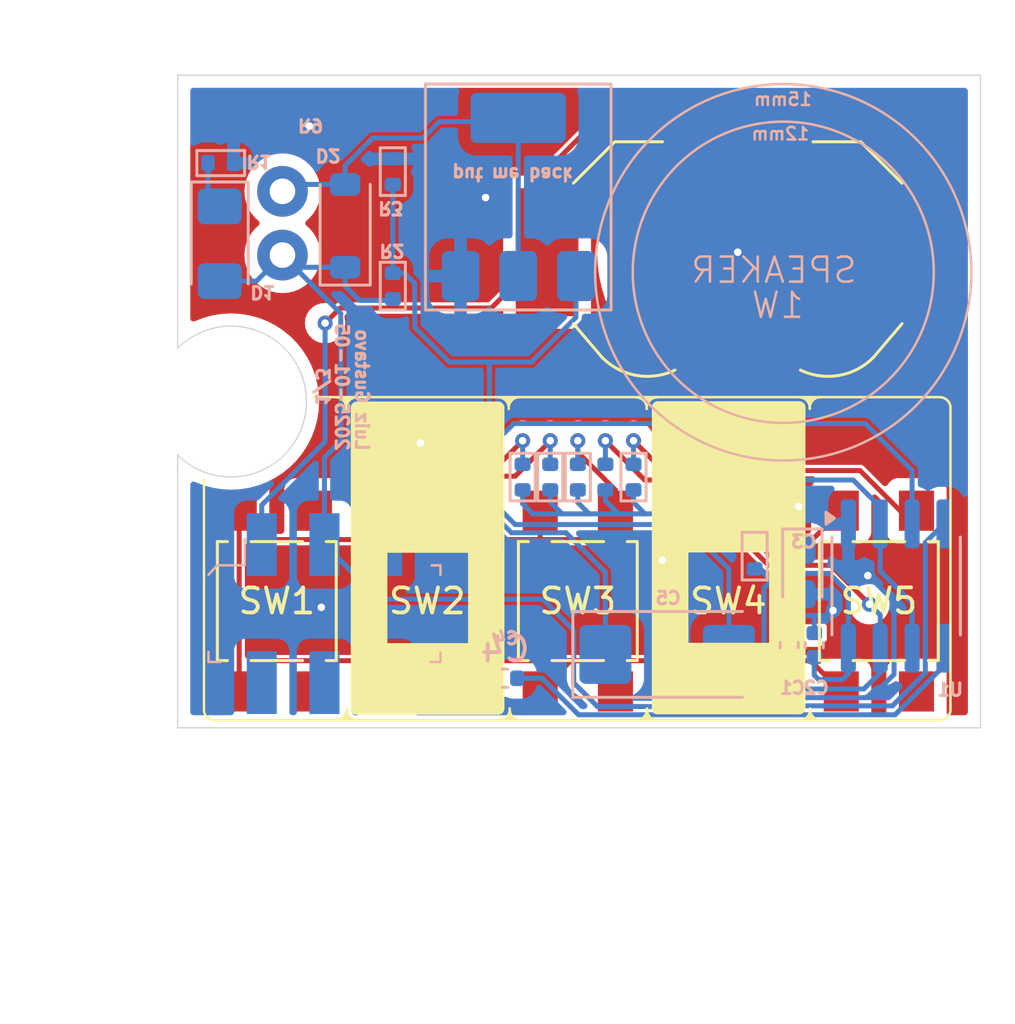
<source format=kicad_pcb>
(kicad_pcb (version 20240108) (generator "pcbnew") (generator_version "8.0")
  (layers (0 "F.Cu" signal) (31 "B.Cu" signal) (34 "B.Paste" user) (35 "F.Paste" user) (36 "B.SilkS" user "B.Silkscreen") (37 "F.SilkS" user "F.Silkscreen") (38 "B.Mask" user) (39 "F.Mask" user) (44 "Edge.Cuts" user))
  (net 0 "")
  (net 1 "GND")
  (net 2 "Net-(BT1-+)")
  (net 3 "K0")
  (net 4 "Net-(U1-CV)")
  (net 5 "555_OUT")
  (net 6 "Net-(Q1-B)")
  (net 7 "3V")
  (net 8 "Net-(D1-K)")
  (net 9 "Net-(D2-A)")
  (net 10 "K1")
  (net 11 "Net-(R4-Pad1)")
  (net 12 "Net-(R5-Pad1)")
  (net 13 "Net-(R6-Pad1)")
  (net 14 "Net-(R7-Pad1)")
  (net 15 "Net-(R8-Pad1)")
  (footprint "Button_Switch_SMD:SW_SPST_TL3305B" (layer "F.Cu") (at 113.45 118.45 90)
    (property "Reference" "SW2" (at 0 0 180) (layer "F.SilkS"))
    (property "Value" "TL3305" (hide yes))
    (pad "1" smd rect (at -3.6 -1.5 90) (size 1.6 1.4) (layers "F.Cu" "F.Paste" "F.Mask") (net 3 "K0"))
    (pad "1" smd rect (at 3.6 -1.5 90) (size 1.6 1.4) (layers "F.Cu" "F.Paste" "F.Mask") (net 3 "K0"))
    (pad "2" smd rect (at -3.6 1.5 90) (size 1.6 1.4) (layers "F.Cu" "F.Paste" "F.Mask") (net 12 "Net-(R5-Pad1)"))
    (pad "2" smd rect (at 3.6 1.5 90) (size 1.6 1.4) (layers "F.Cu" "F.Paste" "F.Mask") (net 12 "Net-(R5-Pad1)"))
  )
  (footprint "Battery:BatteryHolder_LINX_BAT-HLD-012-SMT" (layer "F.Cu") (at 125.825 104.55)
    (property "Reference" "BT1" (hide yes))
    (property "Value" "BAT-HLD-012-SMT" (hide yes))
    (pad "1" smd rect (at -7.6 0) (size 2.5 5.1) (layers "F.Cu" "F.Paste" "F.Mask") (net 2 "Net-(BT1-+)"))
    (pad "1" smd rect (at 7.6 0) (size 2.5 5.1) (layers "F.Cu" "F.Paste" "F.Mask") (net 2 "Net-(BT1-+)"))
    (pad "2" smd circle (at 0 0) (size 10.2 10.2) (layers "F.Cu" "F.Mask") (net 1 "GND"))
  )
  (footprint "Button_Switch_SMD:SW_SPST_TL3305B" (layer "F.Cu") (at 131.45 118.45 90)
    (property "Reference" "SW5" (at 0 0 180) (layer "F.SilkS"))
    (property "Value" "TL3305" (hide yes))
    (pad "1" smd rect (at -3.6 -1.5 90) (size 1.6 1.4) (layers "F.Cu" "F.Paste" "F.Mask") (net 3 "K0"))
    (pad "1" smd rect (at 3.6 -1.5 90) (size 1.6 1.4) (layers "F.Cu" "F.Paste" "F.Mask") (net 3 "K0"))
    (pad "2" smd rect (at -3.6 1.5 90) (size 1.6 1.4) (layers "F.Cu" "F.Paste" "F.Mask") (net 15 "Net-(R8-Pad1)"))
    (pad "2" smd rect (at 3.6 1.5 90) (size 1.6 1.4) (layers "F.Cu" "F.Paste" "F.Mask") (net 15 "Net-(R8-Pad1)"))
  )
  (footprint "Button_Switch_SMD:SW_SPST_TL3305B" (layer "F.Cu") (at 107.45 118.45 90)
    (property "Reference" "SW1" (at 0 0 180) (layer "F.SilkS"))
    (property "Value" "TL3305" (hide yes))
    (pad "1" smd rect (at -3.6 -1.5 90) (size 1.6 1.4) (layers "F.Cu" "F.Paste" "F.Mask") (net 3 "K0"))
    (pad "1" smd rect (at 3.6 -1.5 90) (size 1.6 1.4) (layers "F.Cu" "F.Paste" "F.Mask") (net 3 "K0"))
    (pad "2" smd rect (at -3.6 1.5 90) (size 1.6 1.4) (layers "F.Cu" "F.Paste" "F.Mask") (net 11 "Net-(R4-Pad1)"))
    (pad "2" smd rect (at 3.6 1.5 90) (size 1.6 1.4) (layers "F.Cu" "F.Paste" "F.Mask") (net 11 "Net-(R4-Pad1)"))
  )
  (footprint "Button_Switch_SMD:SW_SPST_TL3305B" (layer "F.Cu") (at 119.45 118.45 90)
    (property "Reference" "SW3" (at 0 0 180) (layer "F.SilkS"))
    (property "Value" "TL3305" (hide yes))
    (pad "1" smd rect (at -3.6 -1.5 90) (size 1.6 1.4) (layers "F.Cu" "F.Paste" "F.Mask") (net 3 "K0"))
    (pad "1" smd rect (at 3.6 -1.5 90) (size 1.6 1.4) (layers "F.Cu" "F.Paste" "F.Mask") (net 3 "K0"))
    (pad "2" smd rect (at -3.6 1.5 90) (size 1.6 1.4) (layers "F.Cu" "F.Paste" "F.Mask") (net 13 "Net-(R6-Pad1)"))
    (pad "2" smd rect (at 3.6 1.5 90) (size 1.6 1.4) (layers "F.Cu" "F.Paste" "F.Mask") (net 13 "Net-(R6-Pad1)"))
  )
  (footprint "Button_Switch_SMD:SW_SPST_TL3305B" (layer "F.Cu") (at 125.45 118.45 90)
    (property "Reference" "SW4" (at 0 0 180) (layer "F.SilkS"))
    (property "Value" "TL3305" (hide yes))
    (pad "1" smd rect (at -3.6 -1.5 90) (size 1.6 1.4) (layers "F.Cu" "F.Paste" "F.Mask") (net 3 "K0"))
    (pad "1" smd rect (at 3.6 -1.5 90) (size 1.6 1.4) (layers "F.Cu" "F.Paste" "F.Mask") (net 3 "K0"))
    (pad "2" smd rect (at -3.6 1.5 90) (size 1.6 1.4) (layers "F.Cu" "F.Paste" "F.Mask") (net 14 "Net-(R7-Pad1)"))
    (pad "2" smd rect (at 3.6 1.5 90) (size 1.6 1.4) (layers "F.Cu" "F.Paste" "F.Mask") (net 14 "Net-(R7-Pad1)"))
  )
  (footprint "Capacitor_SMD:C_0402_1005Metric" (layer "B.Cu") (at 128.875 120.205 90)
    (property "Reference" "C2" (hide yes))
    (property "Value" "0.1uF 10-16V CER CL05B104KO5NNNC")
    (pad "1" smd roundrect (at -0.48 0 90) (size 0.56 0.62) (layers "B.Cu" "B.Paste" "B.Mask") (net 7 "3V"))
    (pad "2" smd roundrect (at 0.48 0 90) (size 0.56 0.62) (layers "B.Cu" "B.Paste" "B.Mask") (net 1 "GND"))
  )
  (footprint "PCM_Resistor_SMD_AKL:R_0402_1005Metric" (layer "B.Cu") (at 118.35 113.51 -90)
    (property "Reference" "R5" (hide yes))
    (property "Value" "25.5k 1% ERJ-2RKF2552X" (hide yes))
    (pad "1" smd roundrect (at -0.51 0 270) (size 0.54 0.64) (layers "B.Cu" "B.Paste" "B.Mask") (net 12 "Net-(R5-Pad1)"))
    (pad "2" smd roundrect (at 0.51 0 270) (size 0.54 0.64) (layers "B.Cu" "B.Paste" "B.Mask") (net 10 "K1"))
  )
  (footprint "PCM_Resistor_SMD_AKL:R_0402_1005Metric" (layer "B.Cu") (at 105.215 101)
    (property "Reference" "R1" (hide yes))
    (property "Value" "39 Ohm RC0402FR-0739RL" (hide yes))
    (pad "1" smd roundrect (at -0.51 0) (size 0.54 0.64) (layers "B.Cu" "B.Paste" "B.Mask") (net 8 "Net-(D1-K)"))
    (pad "2" smd roundrect (at 0.51 0) (size 0.54 0.64) (layers "B.Cu" "B.Paste" "B.Mask") (net 1 "GND"))
  )
  (footprint "PCM_Resistor_SMD_AKL:R_0402_1005Metric" (layer "B.Cu") (at 120.55 113.51 -90)
    (property "Reference" "R7" (hide yes))
    (property "Value" "22.1k 1% ERJ-2RKF2212X" (hide yes))
    (pad "1" smd roundrect (at -0.51 0 270) (size 0.54 0.64) (layers "B.Cu" "B.Paste" "B.Mask") (net 14 "Net-(R7-Pad1)"))
    (pad "2" smd roundrect (at 0.51 0 270) (size 0.54 0.64) (layers "B.Cu" "B.Paste" "B.Mask") (net 10 "K1"))
  )
  (footprint "Capacitor_Tantalum_SMD:CP_EIA-2012-12_Kemet-R" (layer "B.Cu") (at 128.4 117.2875 -90)
    (property "Reference" "C3" (hide yes))
    (property "Value" "10uF 10-16V TANT TMCP1A106MTRF" (hide yes))
    (pad "1" smd roundrect (at -0.8875 0 270) (size 1.125 1.05) (layers "B.Cu" "B.Paste" "B.Mask") (roundrect_rratio 0.238095) (net 7 "3V"))
    (pad "2" smd roundrect (at 0.8875 0 270) (size 1.125 1.05) (layers "B.Cu" "B.Paste" "B.Mask") (roundrect_rratio 0.238095) (net 1 "GND"))
  )
  (footprint "PCM_Resistor_SMD_AKL:R_0402_1005Metric" (layer "B.Cu") (at 112.075 101.34 90)
    (property "Reference" "R3" (hide yes))
    (property "Value" "1k 1% ERJ-2RKF1001X" (hide yes))
    (pad "1" smd roundrect (at -0.51 0 90) (size 0.54 0.64) (layers "B.Cu" "B.Paste" "B.Mask") (net 6 "Net-(Q1-B)"))
    (pad "2" smd roundrect (at 0.51 0 90) (size 0.54 0.64) (layers "B.Cu" "B.Paste" "B.Mask") (net 1 "GND"))
  )
  (footprint "Capacitor_SMD:C_0402_1005Metric" (layer "B.Cu") (at 116.55 121.525 180)
    (property "Reference" "C4" (at 0 1.16 0) (layer "B.SilkS") (effects (justify mirror)))
    (property "Value" "0.01uF 10-50V CER 0402B103K500NT")
    (pad "1" smd roundrect (at -0.48 0 180) (size 0.56 0.62) (layers "B.Cu" "B.Paste" "B.Mask") (net 4 "Net-(U1-CV)"))
    (pad "2" smd roundrect (at 0.48 0 180) (size 0.56 0.62) (layers "B.Cu" "B.Paste" "B.Mask") (net 1 "GND"))
  )
  (footprint "digikey-footprints:PinHeader_1x2_P2.54mm_Drill1.02mm" (layer "B.Cu") (at 107.675 102.125 -90)
    (property "Reference" "J1" (hide yes))
    (property "Value" "2 pin header" (hide yes))
    (pad "1" thru_hole circle (at 0 0 270) (size 2.02 2.02) (drill 1.02) (layers "*.Cu" "*.Mask") (net 9 "Net-(D2-A)"))
    (pad "2" thru_hole circle (at 2.54 0 270) (size 2.02 2.02) (drill 1.02) (layers "*.Cu" "*.Mask") (net 7 "3V"))
  )
  (footprint "Diode_SMD:D_SOD-123" (layer "B.Cu") (at 110.175 103.5 90)
    (property "Reference" "D2" (hide yes))
    (property "Value" "DSS15U" (hide yes))
    (pad "1" smd roundrect (at -1.65 0 90) (size 0.9 1.2) (layers "B.Cu" "B.Paste" "B.Mask") (net 7 "3V"))
    (pad "2" smd roundrect (at 1.65 0 90) (size 0.9 1.2) (layers "B.Cu" "B.Paste" "B.Mask") (net 9 "Net-(D2-A)"))
  )
  (footprint "Capacitor_Tantalum_SMD:CP_EIA-6032-15_Kemet-U" (layer "B.Cu") (at 123.0125 120.575)
    (property "Reference" "C5" (hide yes))
    (property "Value" "100uF 10V TANT TAJC107K010RNJ" (hide yes))
    (pad "1" smd roundrect (at -2.4625 0) (size 2.075 2.35) (layers "B.Cu" "B.Paste" "B.Mask") (roundrect_rratio 0.120482) (net 6 "Net-(Q1-B)"))
    (pad "2" smd roundrect (at 2.4625 0) (size 2.075 2.35) (layers "B.Cu" "B.Paste" "B.Mask") (roundrect_rratio 0.120482) (net 5 "555_OUT"))
  )
  (footprint "PCM_Resistor_SMD_AKL:R_0402_1005Metric" (layer "B.Cu") (at 117.25 113.51 -90)
    (property "Reference" "R4" (hide yes))
    (property "Value" "27k 1% RMCF0402FT27K0" (hide yes))
    (pad "1" smd roundrect (at -0.51 0 270) (size 0.54 0.64) (layers "B.Cu" "B.Paste" "B.Mask") (net 11 "Net-(R4-Pad1)"))
    (pad "2" smd roundrect (at 0.51 0 270) (size 0.54 0.64) (layers "B.Cu" "B.Paste" "B.Mask") (net 10 "K1"))
  )
  (footprint "digikey-footprints:Switch_Slide_JS202011SCQN" (layer "B.Cu") (at 109.35 118.95)
    (property "Reference" "S1" (hide yes))
    (property "Value" "JS202011SCQN" (hide yes))
    (pad "1" smd rect (at -2.5 -2.75) (size 1.2 2.5) (layers "B.Cu" "B.Paste" "B.Mask") (net 2 "Net-(BT1-+)"))
    (pad "2" smd rect (at 0 -2.75) (size 1.2 2.5) (layers "B.Cu" "B.Paste" "B.Mask") (net 7 "3V"))
    (pad "3" smd rect (at 2.5 -2.75) (size 1.2 2.5) (layers "B.Cu" "B.Paste" "B.Mask"))
    (pad "4" smd rect (at -2.5 2.75) (size 1.2 2.5) (layers "B.Cu" "B.Paste" "B.Mask"))
    (pad "5" smd rect (at 0 2.75) (size 1.2 2.5) (layers "B.Cu" "B.Paste" "B.Mask"))
    (pad "6" smd rect (at 2.5 2.75) (size 1.2 2.5) (layers "B.Cu" "B.Paste" "B.Mask"))
  )
  (footprint "PCM_Package_TO_SOT_SMD_AKL:SOT-223-3_TabPin2" (layer "B.Cu") (at 117.075 102.35 90)
    (property "Reference" "Q1" (hide yes))
    (property "Value" "PZT2222A" (hide yes))
    (pad "1" smd roundrect (at -3.15 2.3 90) (size 2 1.5) (layers "B.Cu" "B.Paste" "B.Mask") (roundrect_rratio 0.1666666667) (net 6 "Net-(Q1-B)"))
    (pad "2" smd roundrect (at -3.15 0 90) (size 2 1.5) (layers "B.Cu" "B.Paste" "B.Mask") (roundrect_rratio 0.1666666667) (net 9 "Net-(D2-A)"))
    (pad "2" smd roundrect (at 3.15 0 90) (size 2 3.8) (layers "B.Cu" "B.Paste" "B.Mask") (roundrect_rratio 0.125) (net 9 "Net-(D2-A)"))
    (pad "3" smd roundrect (at -3.15 -2.3 90) (size 2 1.5) (layers "B.Cu" "B.Paste" "B.Mask") (roundrect_rratio 0.1666666667) (net 1 "GND"))
  )
  (footprint "PCM_Resistor_SMD_AKL:R_0402_1005Metric" (layer "B.Cu") (at 121.67 113.51 -90)
    (property "Reference" "R8" (hide yes))
    (property "Value" "21k 1% RMCF0402FT21K0" (hide yes))
    (pad "1" smd roundrect (at -0.51 0 270) (size 0.54 0.64) (layers "B.Cu" "B.Paste" "B.Mask") (net 15 "Net-(R8-Pad1)"))
    (pad "2" smd roundrect (at 0.51 0 270) (size 0.54 0.64) (layers "B.Cu" "B.Paste" "B.Mask") (net 10 "K1"))
  )
  (footprint "PCM_Resistor_SMD_AKL:R_0402_1005Metric" (layer "B.Cu") (at 112.075 105.9 90)
    (property "Reference" "R2" (hide yes))
    (property "Value" "10k 1% RC1005F103CS" (hide yes))
    (pad "1" smd roundrect (at -0.51 0 90) (size 0.54 0.64) (layers "B.Cu" "B.Paste" "B.Mask") (net 7 "3V"))
    (pad "2" smd roundrect (at 0.51 0 90) (size 0.54 0.64) (layers "B.Cu" "B.Paste" "B.Mask") (net 6 "Net-(Q1-B)"))
  )
  (footprint "Package_SO:SOIC-8_3.9x4.9mm_P1.27mm" (layer "B.Cu") (at 132.14 117.85 -90)
    (property "Reference" "U1" (hide yes))
    (property "Value" "LMC555xM" (hide yes))
    (pad "1" smd roundrect (at -2.475 1.905 270) (size 1.95 0.6) (layers "B.Cu" "B.Paste" "B.Mask") (net 1 "GND"))
    (pad "2" smd roundrect (at -2.475 0.635 270) (size 1.95 0.6) (layers "B.Cu" "B.Paste" "B.Mask") (net 10 "K1"))
    (pad "3" smd roundrect (at -2.475 -0.635 270) (size 1.95 0.6) (layers "B.Cu" "B.Paste" "B.Mask") (net 5 "555_OUT"))
    (pad "4" smd roundrect (at -2.475 -1.905 270) (size 1.95 0.6) (layers "B.Cu" "B.Paste" "B.Mask") (net 7 "3V"))
    (pad "5" smd roundrect (at 2.475 -1.905 270) (size 1.95 0.6) (layers "B.Cu" "B.Paste" "B.Mask") (net 4 "Net-(U1-CV)"))
    (pad "6" smd roundrect (at 2.475 -0.635 270) (size 1.95 0.6) (layers "B.Cu" "B.Paste" "B.Mask") (net 10 "K1"))
    (pad "7" smd roundrect (at 2.475 0.635 270) (size 1.95 0.6) (layers "B.Cu" "B.Paste" "B.Mask") (net 3 "K0"))
    (pad "8" smd roundrect (at 2.475 1.905 270) (size 1.95 0.6) (layers "B.Cu" "B.Paste" "B.Mask") (net 7 "3V"))
  )
  (footprint "Capacitor_SMD:C_0402_1005Metric" (layer "B.Cu") (at 127.875 120.205 90)
    (property "Reference" "C1" (hide yes))
    (property "Value" "0.1uF 10-16V CER CL05B104KO5NNNC")
    (pad "1" smd roundrect (at -0.48 0 90) (size 0.56 0.62) (layers "B.Cu" "B.Paste" "B.Mask") (net 3 "K0"))
    (pad "2" smd roundrect (at 0.48 0 90) (size 0.56 0.62) (layers "B.Cu" "B.Paste" "B.Mask") (net 1 "GND"))
  )
  (footprint "LED_SMD:LED_1206_3216Metric_Pad1.42x1.75mm_HandSolder" (layer "B.Cu") (at 105.175 104.2125 -90)
    (property "Reference" "D1" (hide yes))
    (property "Value" "LED 2.2V GREEN - HSMG-C150" (hide yes))
    (pad "1" smd roundrect (at -1.4875 0 270) (size 1.425 1.75) (layers "B.Cu" "B.Paste" "B.Mask") (roundrect_rratio 0.175439) (net 8 "Net-(D1-K)"))
    (pad "2" smd roundrect (at 1.4875 0 270) (size 1.425 1.75) (layers "B.Cu" "B.Paste" "B.Mask") (roundrect_rratio 0.175439) (net 7 "3V"))
  )
  (footprint "PCM_Resistor_SMD_AKL:R_0402_1005Metric" (layer "B.Cu") (at 126.5 116.66 90)
    (property "Reference" "R9" (hide yes))
    (property "Value" "1.4k 1% RC0402FR-071K4L" (hide yes))
    (pad "1" smd roundrect (at -0.51 0 90) (size 0.54 0.64) (layers "B.Cu" "B.Paste" "B.Mask") (net 7 "3V"))
    (pad "2" smd roundrect (at 0.51 0 90) (size 0.54 0.64) (layers "B.Cu" "B.Paste" "B.Mask") (net 3 "K0"))
  )
  (footprint "PCM_Resistor_SMD_AKL:R_0402_1005Metric" (layer "B.Cu") (at 119.45 113.51 -90)
    (property "Reference" "R6" (hide yes))
    (property "Value" "24k 1% ERJ-2RKF2402X" (hide yes))
    (pad "1" smd roundrect (at -0.51 0 270) (size 0.54 0.64) (layers "B.Cu" "B.Paste" "B.Mask") (net 13 "Net-(R6-Pad1)"))
    (pad "2" smd roundrect (at 0.51 0 270) (size 0.54 0.64) (layers "B.Cu" "B.Paste" "B.Mask") (net 10 "K1"))
  )
  (gr_circle (center 127.64 105.35) (end 120.14 105.35) (stroke (width 0.1)) (fill none) (layer "B.SilkS"))
  (gr_circle (center 127.64 105.35) (end 121.64 105.35) (stroke (width 0.1)) (fill none) (layer "B.SilkS"))
  (gr_rect (start 110.508579 116.475) (end 111.808579 120.25) (stroke (width 0.1)) (fill solid) (layer "F.SilkS"))
  (gr_arc (start 116.275 110.55) (mid 116.416421 110.608579) (end 116.475 110.75) (stroke (width 0.1)) (layer "F.SilkS"))
  (gr_arc (start 128.475 122.7125) (mid 128.416421 122.853921) (end 128.275 122.9125) (stroke (width 0.1)) (layer "F.SilkS"))
  (gr_line (start 110.45 122.75) (end 110.45 110.75) (stroke (width 0.1)) (layer "F.SilkS"))
  (gr_rect (start 110.508579 120.175) (end 116.4 122.891421) (stroke (width 0.1)) (fill solid) (layer "F.SilkS"))
  (gr_arc (start 110.625 122.925) (mid 110.500005 122.873226) (end 110.448231 122.748231) (stroke (width 0.1)) (layer "F.SilkS"))
  (gr_arc (start 128.294304 110.329897) (mid 128.59406 110.473143) (end 128.697744 110.788774) (stroke (width 0.1)) (layer "F.SilkS"))
  (gr_arc (start 116.736184 122.730227) (mid 116.6325 123.045857) (end 116.332744 123.189104) (stroke (width 0.1)) (layer "F.SilkS"))
  (gr_rect (start 110.508579 110.608579) (end 116.375 116.475) (stroke (width 0.1)) (fill solid) (layer "F.SilkS"))
  (gr_line (start 133.9 123.2) (end 104.925 123.2) (stroke (width 0.1)) (layer "F.SilkS"))
  (gr_line (start 116.475 110.75) (end 116.475 122.725) (stroke (width 0.1)) (layer "F.SilkS"))
  (gr_arc (start 110.236184 122.73437) (mid 110.132499 123.049998) (end 109.832744 123.193247) (stroke (width 0.1)) (layer "F.SilkS"))
  (gr_arc (start 104.95 123.2) (mid 104.650244 123.056754) (end 104.54656 122.741123) (stroke (width 0.1)) (layer "F.SilkS"))
  (gr_line (start 128.475 110.7375) (end 128.475 122.7125) (stroke (width 0.1)) (layer "F.SilkS"))
  (gr_rect (start 115.125 116.4625) (end 116.425 120.2375) (stroke (width 0.1)) (fill solid) (layer "F.SilkS"))
  (gr_line (start 110.65 110.55) (end 116.275 110.55) (stroke (width 0.1)) (layer "F.SilkS"))
  (gr_line (start 108.925 110.325) (end 133.9 110.325) (stroke (width 0.1)) (layer "F.SilkS"))
  (gr_arc (start 122.605696 123.19096) (mid 122.30594 123.047714) (end 122.202256 122.732083) (stroke (width 0.1)) (layer "F.SilkS"))
  (gr_arc (start 133.901804 110.329897) (mid 134.20156 110.473143) (end 134.305244 110.788774) (stroke (width 0.1)) (layer "F.SilkS"))
  (gr_circle (center 116.7 110.425) (end 116.8 110.425) (stroke (width 0.1)) (fill solid) (layer "F.SilkS"))
  (gr_arc (start 122.45 110.7375) (mid 122.508579 110.596079) (end 122.65 110.5375) (stroke (width 0.1)) (layer "F.SilkS"))
  (gr_line (start 128.275 122.9125) (end 122.65 122.9125) (stroke (width 0.1)) (layer "F.SilkS"))
  (gr_line (start 116.275 122.925) (end 110.65 122.925) (stroke (width 0.1)) (layer "F.SilkS"))
  (gr_line (start 122.45 122.7375) (end 122.45 110.7375) (stroke (width 0.1)) (layer "F.SilkS"))
  (gr_circle (center 110.2325 123.095857) (end 110.1325 123.095857) (stroke (width 0.1)) (fill solid) (layer "F.SilkS"))
  (gr_arc (start 116.696316 110.786487) (mid 116.8 110.470857) (end 117.099756 110.32761) (stroke (width 0.1)) (layer "F.SilkS"))
  (gr_rect (start 122.508579 116.4625) (end 123.808579 120.2375) (stroke (width 0.1)) (fill solid) (layer "F.SilkS"))
  (gr_arc (start 129.113196 123.19096) (mid 128.81344 123.047714) (end 128.709756 122.732083) (stroke (width 0.1)) (layer "F.SilkS"))
  (gr_rect (start 127.125 116.45) (end 128.425 120.225) (stroke (width 0.1)) (fill solid) (layer "F.SilkS"))
  (gr_line (start 134.305244 110.788774) (end 134.305244 122.734369) (stroke (width 0.1)) (layer "F.SilkS"))
  (gr_circle (center 116.7325 123.091714) (end 116.6325 123.091714) (stroke (width 0.1)) (fill solid) (layer "F.SilkS"))
  (gr_arc (start 110.221316 110.786487) (mid 110.325 110.470856) (end 110.624756 110.32761) (stroke (width 0.1)) (layer "F.SilkS"))
  (gr_arc (start 109.819304 110.329897) (mid 110.11906 110.473143) (end 110.222744 110.788774) (stroke (width 0.1)) (layer "F.SilkS"))
  (gr_arc (start 117.138196 123.186817) (mid 116.83844 123.043571) (end 116.734756 122.72794) (stroke (width 0.1)) (layer "F.SilkS"))
  (gr_circle (center 128.7075 123.095857) (end 128.6075 123.095857) (stroke (width 0.1)) (fill solid) (layer "F.SilkS"))
  (gr_arc (start 121.794304 110.33404) (mid 122.09406 110.477286) (end 122.197744 110.792917) (stroke (width 0.1)) (layer "F.SilkS"))
  (gr_arc (start 122.196316 110.79063) (mid 122.3 110.475) (end 122.599756 110.331753) (stroke (width 0.1)) (layer "F.SilkS"))
  (gr_arc (start 134.305244 122.734369) (mid 134.201585 123.050022) (end 133.901804 123.193246) (stroke (width 0.1)) (layer "F.SilkS"))
  (gr_arc (start 110.638196 123.19096) (mid 110.33843 123.047725) (end 110.234756 122.732083) (stroke (width 0.1)) (layer "F.SilkS"))
  (gr_arc (start 128.696316 110.786487) (mid 128.8 110.470857) (end 129.099756 110.32761) (stroke (width 0.1)) (layer "F.SilkS"))
  (gr_circle (center 128.7 110.425) (end 128.8 110.425) (stroke (width 0.1)) (fill solid) (layer "F.SilkS"))
  (gr_arc (start 128.711184 122.73437) (mid 128.6075 123.050001) (end 128.307744 123.193247) (stroke (width 0.1)) (layer "F.SilkS"))
  (gr_rect (start 122.508579 120.1625) (end 128.4 122.878921) (stroke (width 0.1)) (fill solid) (layer "F.SilkS"))
  (gr_circle (center 122.2 123.095857) (end 122.1 123.095857) (stroke (width 0.1)) (fill solid) (layer "F.SilkS"))
  (gr_rect (start 122.508579 110.596079) (end 128.375 116.4625) (stroke (width 0.1)) (fill solid) (layer "F.SilkS"))
  (gr_arc (start 116.294304 110.329897) (mid 116.594093 110.47313) (end 116.697744 110.788774) (stroke (width 0.1)) (layer "F.SilkS"))
  (gr_arc (start 122.625 122.9125) (mid 122.500005 122.860726) (end 122.448231 122.735731) (stroke (width 0.1)) (layer "F.SilkS"))
  (gr_line (start 104.54656 122.741123) (end 104.54656 113.625) (stroke (width 0.1)) (layer "F.SilkS"))
  (gr_arc (start 110.45 110.75) (mid 110.508579 110.608579) (end 110.65 110.55) (stroke (width 0.1)) (layer "F.SilkS"))
  (gr_line (start 122.65 110.5375) (end 128.275 110.5375) (stroke (width 0.1)) (layer "F.SilkS"))
  (gr_arc (start 128.275 110.5375) (mid 128.416421 110.596079) (end 128.475 110.7375) (stroke (width 0.1)) (layer "F.SilkS"))
  (gr_arc (start 116.475 122.725) (mid 116.416421 122.866421) (end 116.275 122.925) (stroke (width 0.1)) (layer "F.SilkS"))
  (gr_arc (start 122.203684 122.73437) (mid 122.1 123.05) (end 121.800244 123.193247) (stroke (width 0.1)) (layer "F.SilkS"))
  (gr_circle (center 110.225 110.425) (end 110.325 110.425) (stroke (width 0.1)) (fill solid) (layer "F.SilkS"))
  (gr_circle (center 122.2 110.429143) (end 122.3 110.429143) (stroke (width 0.1)) (fill solid) (layer "F.SilkS"))
  (gr_line (start 103.5 112.625288) (end 103.5 113.25) (stroke (width 0.05)) (layer "Edge.Cuts"))
  (gr_line (start 103.500001 108.375) (end 103.500001 97.5) (stroke (width 0.05)) (layer "Edge.Cuts"))
  (gr_line (start 135.5 123.5) (end 103.5 123.5) (stroke (width 0.05)) (layer "Edge.Cuts"))
  (gr_line (start 103.5 123.5) (end 103.5 113.25) (stroke (width 0.05)) (layer "Edge.Cuts"))
  (gr_line (start 135.5 97.5) (end 135.5 123.5) (stroke (width 0.05)) (layer "Edge.Cuts"))
  (gr_arc (start 103.5 108.374712) (mid 108.630899 110.5) (end 103.5 112.625288) (stroke (width 0.05)) (layer "Edge.Cuts"))
  (gr_line (start 103.500001 97.5) (end 135.5 97.5) (stroke (width 0.05)) (layer "Edge.Cuts"))
  (gr_text "Luiz Gustavo\n2025-01-05" (at 109.75 112.525 -90) (layer "B.SilkS") (effects (font (size 0.5 0.5) (thickness 0.125)) (justify left bottom mirror)))
  (gr_text "C4" (at 117.175 120.225 0) (layer "B.SilkS") (effects (font (size 0.5 0.5) (thickness 0.125)) (justify left bottom mirror)))
  (gr_text "U1" (at 134.875 122.275 0) (layer "B.SilkS") (effects (font (size 0.5 0.5) (thickness 0.125)) (justify left bottom mirror)))
  (gr_text "1W" (at 128.53 107.25 -0) (layer "B.SilkS") (effects (font (size 1 1) (thickness 0.1)) (justify left bottom mirror)))
  (gr_text "R1" (at 106.175 100.65 180) (layer "B.SilkS") (effects (font (size 0.5 0.5) (thickness 0.125)) (justify left bottom mirror)))
  (gr_text "D2" (at 108.925 100.4 180) (layer "B.SilkS") (effects (font (size 0.5 0.5) (thickness 0.125)) (justify left bottom mirror)))
  (gr_text "R2" (at 111.475 104.2 180) (layer "B.SilkS") (effects (font (size 0.5 0.5) (thickness 0.125)) (justify left bottom mirror)))
  (gr_text "R3" (at 111.425 102.5 180) (layer "B.SilkS") (effects (font (size 0.5 0.5) (thickness 0.125)) (justify left bottom mirror)))
  (gr_text "C3" (at 129.025 116.375 0) (layer "B.SilkS") (effects (font (size 0.5 0.5) (thickness 0.125)) (justify left bottom mirror)))
  (gr_text "12mm" (at 128.73 100.125 -0) (layer "B.SilkS") (effects (font (size 0.5 0.5) (thickness 0.1)) (justify left bottom mirror)))
  (gr_text "R9" (at 108.225 99.2 180) (layer "B.SilkS") (effects (font (size 0.5 0.5) (thickness 0.125)) (justify left bottom mirror)))
  (gr_text "put me back" (at 114.375 101.15 180) (layer "B.SilkS") (effects (font (size 0.5 0.5)) (justify left bottom mirror)))
  (gr_text "C1" (at 128.575 122.2 0) (layer "B.SilkS") (effects (font (size 0.5 0.5) (thickness 0.125)) (justify left bottom mirror)))
  (gr_text "SPEAKER" (at 130.64 105.85 -0) (layer "B.SilkS") (effects (font (size 1 1) (thickness 0.1)) (justify left bottom mirror)))
  (gr_text "C5" (at 123.625 118.625 0) (layer "B.SilkS") (effects (font (size 0.5 0.5) (thickness 0.125)) (justify left bottom mirror)))
  (gr_text "C2" (at 129.525 122.2 0) (layer "B.SilkS") (effects (font (size 0.5 0.5) (thickness 0.125)) (justify left bottom mirror)))
  (gr_text "15mm" (at 128.83 98.75 -0) (layer "B.SilkS") (effects (font (size 0.5 0.5) (thickness 0.1)) (justify left bottom mirror)))
  (gr_text "1/3" (at 108.975 110.725 -90) (layer "B.SilkS") (effects (font (size 0.5 0.5) (thickness 0.125)) (justify left bottom mirror)))
  (gr_text "D1" (at 106.325 105.85 180) (layer "B.SilkS") (effects (font (size 0.5 0.5) (thickness 0.125)) (justify left bottom mirror)))
  (via (at 122.825 116.825) (size 0.6) (drill 0.3) (layers "F.Cu" "B.Cu") (net 1))
  (via (at 129.625 118.825) (size 0.6) (drill 0.3) (layers "F.Cu" "B.Cu") (net 1))
  (via (at 115.775 102.375) (size 0.6) (drill 0.3) (layers "F.Cu" "B.Cu") (net 1))
  (via (at 109.225 118.7) (size 0.6) (drill 0.3) (layers "F.Cu" "B.Cu") (net 1))
  (via (at 131.009728 117.435099) (size 0.6) (drill 0.3) (layers "F.Cu" "B.Cu") (net 1))
  (via (at 113.175 112.15) (size 0.6) (drill 0.3) (layers "F.Cu" "B.Cu") (net 1))
  (via (at 128.25 114.675) (size 0.6) (drill 0.3) (layers "F.Cu" "B.Cu") (net 1))
  (via (at 125.825 104.55) (size 0.6) (drill 0.3) (layers "F.Cu" "B.Cu") (net 1))
  (via (at 108.75 99.525) (size 0.6) (drill 0.3) (layers "F.Cu" "B.Cu") (net 1))
  (segment (start 114.775 102.55) (end 114.775 105.5) (width 0.2) (layer "B.Cu") (net 1))
  (segment (start 112.075 100.83) (end 112.075 100.8) (width 0.2) (layer "B.Cu") (net 1))
  (segment (start 131.035099 117.435099) (end 132.056275 118.456275) (width 0.2) (layer "B.Cu") (net 1))
  (segment (start 127.875 119.725) (end 127.875 119.05) (width 0.2) (layer "B.Cu") (net 1))
  (segment (start 128.875 119.725) (end 128.875 119.025) (width 0.2) (layer "B.Cu") (net 1))
  (segment (start 127.338 118.637) (end 127.8 118.175) (width 0.2) (layer "B.Cu") (net 1))
  (segment (start 128.75 119.025) (end 128.875 119.025) (width 0.2) (layer "B.Cu") (net 1))
  (segment (start 132.056275 121.366725) (end 131.125 122.298) (width 0.2) (layer "B.Cu") (net 1))
  (segment (start 128.75 119.025) (end 127.9 119.025) (width 0.2) (layer "B.Cu") (net 1))
  (segment (start 127.338 119.025) (end 127.338 118.637) (width 0.2) (layer "B.Cu") (net 1))
  (segment (start 131.125 122.298) (end 128.335552 122.298) (width 0.2) (layer "B.Cu") (net 1))
  (segment (start 127.8 118.175) (end 128.4 118.175) (width 0.2) (layer "B.Cu") (net 1))
  (segment (start 128.875 119.025) (end 129.425 119.025) (width 0.2) (layer "B.Cu") (net 1))
  (segment (start 127.875 119.05) (end 127.9 119.025) (width 0.2) (layer "B.Cu") (net 1))
  (segment (start 132.056275 118.456275) (end 132.056275 121.366725) (width 0.2) (layer "B.Cu") (net 1))
  (segment (start 127.9 119.025) (end 127.6 119.025) (width 0.2) (layer "B.Cu") (net 1))
  (segment (start 131.009728 117.434728) (end 130.235 116.66) (width 0.2) (layer "B.Cu") (net 1))
  (segment (start 129.425 119.025) (end 129.625 118.825) (width 0.2) (layer "B.Cu") (net 1))
  (segment (start 127.338 121.300448) (end 127.338 119.025) (width 0.2) (layer "B.Cu") (net 1))
  (segment (start 131.009728 117.435099) (end 131.035099 117.435099) (width 0.2) (layer "B.Cu") (net 1))
  (segment (start 128.335552 122.298) (end 127.338 121.300448) (width 0.2) (layer "B.Cu") (net 1))
  (segment (start 112.075 100.83) (end 113.055 100.83) (width 0.2) (layer "B.Cu") (net 1))
  (segment (start 127.6 119.025) (end 127.338 119.025) (width 0.2) (layer "B.Cu") (net 1))
  (segment (start 130.235 116.66) (end 130.235 115.375) (width 0.2) (layer "B.Cu") (net 1))
  (segment (start 113.055 100.83) (end 114.775 102.55) (width 0.2) (layer "B.Cu") (net 1))
  (segment (start 131.009728 117.435099) (end 131.009728 117.434728) (width 0.2) (layer "B.Cu") (net 1))
  (segment (start 109.975 106.775) (end 116 106.775) (width 0.2) (layer "F.Cu") (net 2))
  (segment (start 109.375 107.375) (end 109.975 106.775) (width 0.2) (layer "F.Cu") (net 2))
  (segment (start 116 106.775) (end 118.225 104.55) (width 0.2) (layer "F.Cu") (net 2))
  (segment (start 133.425 101.425) (end 133.425 104.55) (width 0.2) (layer "F.Cu") (net 2))
  (segment (start 130.45 98.45) (end 133.425 101.425) (width 0.2) (layer "F.Cu") (net 2))
  (segment (start 118.225 101.275) (end 121.05 98.45) (width 0.2) (layer "F.Cu") (net 2))
  (segment (start 118.225 104.55) (end 118.225 101.275) (width 0.2) (layer "F.Cu") (net 2))
  (segment (start 121.05 98.45) (end 130.45 98.45) (width 0.2) (layer "F.Cu") (net 2))
  (via (at 109.375 107.375) (size 0.6) (drill 0.3) (layers "F.Cu" "B.Cu") (net 2))
  (segment (start 106.85 114.625) (end 106.85 116.2) (width 0.2) (layer "B.Cu") (net 2))
  (segment (start 109.375 107.375) (end 109.375 112.1) (width 0.2) (layer "B.Cu") (net 2))
  (segment (start 109.375 112.1) (end 106.85 114.625) (width 0.2) (layer "B.Cu") (net 2))
  (segment (start 106.825 115.825) (end 106.825 116.475) (width 0.2) (layer "B.Cu") (net 2))
  (segment (start 105.95 114.75) (end 107.2 116) (width 0.2) (layer "F.Cu") (net 3))
  (segment (start 105.95 122.05) (end 107.175 120.825) (width 0.2) (layer "F.Cu") (net 3))
  (segment (start 117.95 122.05) (end 119.175 120.825) (width 0.2) (layer "F.Cu") (net 3))
  (segment (start 113.625 120.825) (end 119.45 120.825) (width 0.2) (layer "F.Cu") (net 3))
  (segment (start 111.95 115.975) (end 111.975 116) (width 0.2) (layer "F.Cu") (net 3))
  (segment (start 119.45 120.825) (end 125.4 120.825) (width 0.2) (layer "F.Cu") (net 3))
  (segment (start 123.975 116) (end 126.025 116) (width 0.2) (layer "F.Cu") (net 3))
  (segment (start 127.05 117.025) (end 126.025 116) (width 0.2) (layer "F.Cu") (net 3))
  (segment (start 123.95 122.05) (end 125.175 120.825) (width 0.2) (layer "F.Cu") (net 3))
  (segment (start 126.025 116) (end 128.8 116) (width 0.2) (layer "F.Cu") (net 3))
  (segment (start 111.975 116) (end 117.95 116) (width 0.2) (layer "F.Cu") (net 3))
  (segment (start 123.95 114.85) (end 123.95 115.975) (width 0.2) (layer "F.Cu") (net 3))
  (segment (start 111.95 122.05) (end 113.175 120.825) (width 0.2) (layer "F.Cu") (net 3))
  (segment (start 125.175 120.825) (end 125.4 120.825) (width 0.2) (layer "F.Cu") (net 3))
  (segment (start 117.95 116) (end 123.975 116) (width 0.2) (layer "F.Cu") (net 3))
  (segment (start 117.95 114.85) (end 117.95 116) (width 0.2) (layer "F.Cu") (net 3))
  (segment (start 128.8 116) (end 129.95 114.85) (width 0.2) (layer "F.Cu") (net 3))
  (segment (start 123.95 115.975) (end 123.975 116) (width 0.2) (layer "F.Cu") (net 3))
  (segment (start 128.725 120.825) (end 129.95 122.05) (width 0.2) (layer "F.Cu") (net 3))
  (segment (start 125.4 120.825) (end 128.725 120.825) (width 0.2) (layer "F.Cu") (net 3))
  (segment (start 111.95 114.85) (end 111.95 115.975) (width 0.2) (layer "F.Cu") (net 3))
  (segment (start 107.175 120.825) (end 113.625 120.825) (width 0.2) (layer "F.Cu") (net 3))
  (segment (start 107.2 116) (end 111.975 116) (width 0.2) (layer "F.Cu") (net 3))
  (segment (start 131.075 118.575) (end 129.525 117.025) (width 0.2) (layer "F.Cu") (net 3))
  (segment (start 113.175 120.825) (end 113.625 120.825) (width 0.2) (layer "F.Cu") (net 3))
  (segment (start 129.525 117.025) (end 127.05 117.025) (width 0.2) (layer "F.Cu") (net 3))
  (segment (start 119.175 120.825) (end 119.45 120.825) (width 0.2) (layer "F.Cu") (net 3))
  (segment (start 105.95 122.05) (end 105.95 114.85) (width 0.2) (layer "F.Cu") (net 3))
  (via (at 131.075 118.575) (size 0.6) (drill 0.3) (layers "F.Cu" "B.Cu") (net 3))
  (segment (start 130.919006 118.575) (end 131.075 118.575) (width 0.2) (layer "B.Cu") (net 3))
  (segment (start 130.852999 121.952) (end 128.452 121.952) (width 0.2) (layer "B.Cu") (net 3))
  (segment (start 131.505 121.299999) (end 130.852999 121.952) (width 0.2) (layer "B.Cu") (net 3))
  (segment (start 128.452 121.952) (end 127.875 121.375) (width 0.2) (layer "B.Cu") (net 3))
  (segment (start 131.505 120.325) (end 131.505 119.005) (width 0.2) (layer "B.Cu") (net 3))
  (segment (start 127.875 121.375) (end 127.875 120.685) (width 0.2) (layer "B.Cu") (net 3))
  (segment (start 131.505 119.005) (end 131.075 118.575) (width 0.2) (layer "B.Cu") (net 3))
  (segment (start 131.505 120.325) (end 131.505 121.299999) (width 0.2) (layer "B.Cu") (net 3))
  (segment (start 119.479 122.979) (end 132.095764 122.979) (width 0.2) (layer "B.Cu") (net 4))
  (segment (start 134.045 121.029764) (end 134.045 120.325) (width 0.2) (layer "B.Cu") (net 4))
  (segment (start 118.025 121.525) (end 119.479 122.979) (width 0.2) (layer "B.Cu") (net 4))
  (segment (start 118.025 121.525) (end 117.03 121.525) (width 0.2) (layer "B.Cu") (net 4))
  (segment (start 132.095764 122.979) (end 134.045 121.029764) (width 0.2) (layer "B.Cu") (net 4))
  (segment (start 116.95 115.4) (end 123.7 115.4) (width 0.2) (layer "B.Cu") (net 5))
  (segment (start 123.7 115.4) (end 125.475 117.175) (width 0.2) (layer "B.Cu") (net 5))
  (segment (start 116.9 111.375) (end 116.275 112) (width 0.2) (layer "B.Cu") (net 5))
  (segment (start 130.9 111.375) (end 116.9 111.375) (width 0.2) (layer "B.Cu") (net 5))
  (segment (start 116.275 112) (end 116.275 114.725) (width 0.2) (layer "B.Cu") (net 5))
  (segment (start 116.275 114.725) (end 116.95 115.4) (width 0.2) (layer "B.Cu") (net 5))
  (segment (start 132.775 113.25) (end 130.9 111.375) (width 0.2) (layer "B.Cu") (net 5))
  (segment (start 125.475 117.175) (end 125.475 120.575) (width 0.2) (layer "B.Cu") (net 5))
  (segment (start 132.775 115.375) (end 132.775 113.25) (width 0.2) (layer "B.Cu") (net 5))
  (segment (start 112.95 107.55) (end 114.327 108.927) (width 0.2) (layer "B.Cu") (net 6))
  (segment (start 118.977 115.727) (end 116.802 115.727) (width 0.2) (layer "B.Cu") (net 6))
  (segment (start 120.55 117.3) (end 118.977 115.727) (width 0.2) (layer "B.Cu") (net 6))
  (segment (start 115.95 108.925) (end 117.6 108.925) (width 0.2) (layer "B.Cu") (net 6))
  (segment (start 112.075 105.39) (end 112.54 105.39) (width 0.2) (layer "B.Cu") (net 6))
  (segment (start 115.925 108.925) (end 115.177 108.925) (width 0.2) (layer "B.Cu") (net 6))
  (segment (start 117.6 108.925) (end 119.375 107.15) (width 0.2) (layer "B.Cu") (net 6))
  (segment (start 120.55 120.575) (end 120.55 117.3) (width 0.2) (layer "B.Cu") (net 6))
  (segment (start 112.95 105.8) (end 112.95 107.55) (width 0.2) (layer "B.Cu") (net 6))
  (segment (start 119.375 107.15) (end 119.375 105.5) (width 0.2) (layer "B.Cu") (net 6))
  (segment (start 115.948 108.927) (end 115.95 108.925) (width 0.2) (layer "B.Cu") (net 6))
  (segment (start 114.327 108.927) (end 115.175 108.927) (width 0.2) (layer "B.Cu") (net 6))
  (segment (start 115.925 108.925) (end 115.925 114.85) (width 0.2) (layer "B.Cu") (net 6))
  (segment (start 112.54 105.39) (end 112.95 105.8) (width 0.2) (layer "B.Cu") (net 6))
  (segment (start 112.075 101.85) (end 112.075 105.45) (width 0.2) (layer "B.Cu") (net 6))
  (segment (start 115.177 108.925) (end 115.175 108.927) (width 0.2) (layer "B.Cu") (net 6))
  (segment (start 115.925 114.85) (end 116.802 115.727) (width 0.2) (layer "B.Cu") (net 6))
  (segment (start 126.695 117.17) (end 126.5 117.17) (width 0.2) (layer "B.Cu") (net 7))
  (segment (start 105.175 105.7) (end 106.64 105.7) (width 0.2) (layer "B.Cu") (net 7))
  (segment (start 127.625 122.625) (end 126.875 121.875) (width 0.2) (layer "B.Cu") (net 7))
  (segment (start 125.873 122.652) (end 120.232994 122.652) (width 0.2) (layer "B.Cu") (net 7))
  (segment (start 109.35 112.725) (end 109.35 116.2) (width 0.2) (layer "B.Cu") (net 7))
  (segment (start 128.425 117.35) (end 127.45 117.35) (width 0.2) (layer "B.Cu") (net 7))
  (segment (start 129.475 117.35) (end 128.425 117.35) (width 0.2) (layer "B.Cu") (net 7))
  (segment (start 111.525 118.375) (end 109.35 116.2) (width 0.2) (layer "B.Cu") (net 7))
  (segment (start 127.1625 117.6375) (end 126.875 117.925) (width 0.2) (layer "B.Cu") (net 7))
  (segment (start 107.675 104.665) (end 110 106.99) (width 0.2) (layer "B.Cu") (net 7))
  (segment (start 128.875 121.4) (end 128.875 120.685) (width 0.2) (layer "B.Cu") (net 7))
  (segment (start 128.425 117.35) (end 128.4 117.325) (width 0.2) (layer "B.Cu") (net 7))
  (segment (start 129.05 121.575) (end 128.875 121.4) (width 0.2) (layer "B.Cu") (net 7))
  (segment (start 110.175 105.9) (end 110.745 106.47) (width 0.2) (layer "B.Cu") (net 7))
  (segment (start 131.987316 122.625) (end 127.625 122.625) (width 0.2) (layer "B.Cu") (net 7))
  (segment (start 126.875 121.875) (end 126.875 121.65) (width 0.2) (layer "B.Cu") (net 7))
  (segment (start 110.175 105.15) (end 108.235 105.15) (width 0.2) (layer "B.Cu") (net 7))
  (segment (start 108.235 105.15) (end 107.875 104.79) (width 0.2) (layer "B.Cu") (net 7))
  (segment (start 119.2855 121.704506) (end 119.2855 119.6105) (width 0.2) (layer "B.Cu") (net 7))
  (segment (start 126.875 121.65) (end 125.873 122.652) (width 0.2) (layer "B.Cu") (net 7))
  (segment (start 130.235 118.11) (end 129.475 117.35) (width 0.2) (layer "B.Cu") (net 7))
  (segment (start 110.745 106.47) (end 112.075 106.47) (width 0.2) (layer "B.Cu") (net 7))
  (segment (start 119.2855 119.6105) (end 118.05 118.375) (width 0.2) (layer "B.Cu") (net 7))
  (segment (start 130.235 120.325) (end 130.235 121.34) (width 0.2) (layer "B.Cu") (net 7))
  (segment (start 110.175 105.15) (end 110.175 105.9) (width 0.2) (layer "B.Cu") (net 7))
  (segment (start 118.05 118.375) (end 111.525 118.375) (width 0.2) (layer "B.Cu") (net 7))
  (segment (start 127.45 117.35) (end 127.1625 117.6375) (width 0.2) (layer "B.Cu") (net 7))
  (segment (start 110 112.075) (end 109.35 112.725) (width 0.2) (layer "B.Cu") (net 7))
  (segment (start 133.302 116.118) (end 133.302 121.310316) (width 0.2) (layer "B.Cu") (net 7))
  (segment (start 110 106.99) (end 110 112.075) (width 0.2) (layer "B.Cu") (net 7))
  (segment (start 134.045 115.375) (end 133.302 116.118) (width 0.2) (layer "B.Cu") (net 7))
  (segment (start 127.1625 117.6375) (end 126.695 117.17) (width 0.2) (layer "B.Cu") (net 7))
  (segment (start 130.235 120.325) (end 130.235 118.11) (width 0.2) (layer "B.Cu") (net 7))
  (segment (start 126.875 117.925) (end 126.875 121.65) (width 0.2) (layer "B.Cu") (net 7))
  (segment (start 133.302 121.310316) (end 131.987316 122.625) (width 0.2) (layer "B.Cu") (net 7))
  (segment (start 120.232994 122.652) (end 119.2855 121.704506) (width 0.2) (layer "B.Cu") (net 7))
  (segment (start 130.235 121.34) (end 130 121.575) (width 0.2) (layer "B.Cu") (net 7))
  (segment (start 106.64 105.7) (end 107.675 104.665) (width 0.2) (layer "B.Cu") (net 7))
  (segment (start 128.4 117.325) (end 128.4 116.4) (width 0.2) (layer "B.Cu") (net 7))
  (segment (start 130 121.575) (end 129.05 121.575) (width 0.2) (layer "B.Cu") (net 7))
  (segment (start 104.705 101) (end 104.705 102.255) (width 0.2) (layer "B.Cu") (net 8))
  (segment (start 104.705 102.255) (end 105.175 102.725) (width 0.2) (layer "B.Cu") (net 8))
  (segment (start 111.275 100) (end 113.275 100) (width 0.2) (layer "B.Cu") (net 9))
  (segment (start 108.275 101.85) (end 107.875 102.25) (width 0.2) (layer "B.Cu") (net 9))
  (segment (start 110.175 101.85) (end 108.275 101.85) (width 0.2) (layer "B.Cu") (net 9))
  (segment (start 117.075 105.5) (end 117.075 99.2) (width 0.2) (layer "B.Cu") (net 9))
  (segment (start 110.175 101.1) (end 111.275 100) (width 0.2) (layer "B.Cu") (net 9))
  (segment (start 113.275 100) (end 113.925 99.35) (width 0.2) (layer "B.Cu") (net 9))
  (segment (start 113.925 99.35) (end 116.825 99.35) (width 0.2) (layer "B.Cu") (net 9))
  (segment (start 110.175 101.85) (end 110.175 101.1) (width 0.2) (layer "B.Cu") (net 9))
  (segment (start 132.775 118.525) (end 131.505 117.255) (width 0.2) (layer "B.Cu") (net 10))
  (segment (start 118.35 114.02) (end 118.35 114.5) (width 0.2) (layer "B.Cu") (net 10))
  (segment (start 131.505 117.255) (end 131.505 115.375) (width 0.2) (layer "B.Cu") (net 10))
  (segment (start 117.25 114.02) (end 117.25 114.575) (width 0.2) (layer "B.Cu") (net 10))
  (segment (start 118.825 114.975) (end 119.9 114.975) (width 0.2) (layer "B.Cu") (net 10))
  (segment (start 121.67 114.52) (end 122.125 114.975) (width 0.2) (layer "B.Cu") (net 10))
  (segment (start 132.775 120.325) (end 132.775 118.525) (width 0.2) (layer "B.Cu") (net 10))
  (segment (start 121.075 114.975) (end 122.125 114.975) (width 0.2) (layer "B.Cu") (net 10))
  (segment (start 119.9 114.975) (end 121.075 114.975) (width 0.2) (layer "B.Cu") (net 10))
  (segment (start 122.125 114.975) (end 123.775 114.975) (width 0.2) (layer "B.Cu") (net 10))
  (segment (start 118.35 114.5) (end 118.825 114.975) (width 0.2) (layer "B.Cu") (net 10))
  (segment (start 119.45 114.525) (end 119.9 114.975) (width 0.2) (layer "B.Cu") (net 10))
  (segment (start 117.25 114.575) (end 117.65 114.975) (width 0.2) (layer "B.Cu") (net 10))
  (segment (start 131.505 114.705) (end 131.505 115.375) (width 0.2) (layer "B.Cu") (net 10))
  (segment (start 123.775 114.975) (end 125.125 113.625) (width 0.2) (layer "B.Cu") (net 10))
  (segment (start 119.45 114.02) (end 119.45 114.525) (width 0.2) (layer "B.Cu") (net 10))
  (segment (start 121.67 114.02) (end 121.67 114.52) (width 0.2) (layer "B.Cu") (net 10))
  (segment (start 125.125 113.625) (end 130.425 113.625) (width 0.2) (layer "B.Cu") (net 10))
  (segment (start 120.55 114.45) (end 121.075 114.975) (width 0.2) (layer "B.Cu") (net 10))
  (segment (start 130.425 113.625) (end 131.505 114.705) (width 0.2) (layer "B.Cu") (net 10))
  (segment (start 120.55 114.02) (end 120.55 114.45) (width 0.2) (layer "B.Cu") (net 10))
  (segment (start 117.65 114.975) (end 118.825 114.975) (width 0.2) (layer "B.Cu") (net 10))
  (segment (start 110.775 113.025) (end 116.285 113.025) (width 0.2) (layer "F.Cu") (net 11))
  (segment (start 116.285 113.025) (end 117.25 112.06) (width 0.2) (layer "F.Cu") (net 11))
  (segment (start 108.95 114.85) (end 110.775 113.025) (width 0.2) (layer "F.Cu") (net 11))
  (via (at 117.25 112.06) (size 0.6) (drill 0.3) (layers "F.Cu" "B.Cu") (net 11))
  (segment (start 117.25 113) (end 117.25 112.06) (width 0.2) (layer "B.Cu") (net 11))
  (segment (start 114.95 114.225) (end 115.7 113.475) (width 0.2) (layer "F.Cu") (net 12))
  (segment (start 114.95 114.85) (end 114.95 114.225) (width 0.2) (layer "F.Cu") (net 12))
  (segment (start 116.95 113.475) (end 118.35 112.075) (width 0.2) (layer "F.Cu") (net 12))
  (segment (start 118.35 112.075) (end 118.35 112.06) (width 0.2) (layer "F.Cu") (net 12))
  (segment (start 115.7 113.475) (end 116.95 113.475) (width 0.2) (layer "F.Cu") (net 12))
  (via (at 118.35 112.06) (size 0.6) (drill 0.3) (layers "F.Cu" "B.Cu") (net 12))
  (segment (start 118.35 113) (end 118.35 112.06) (width 0.2) (layer "B.Cu") (net 12))
  (segment (start 120.95 114.025) (end 119.45 112.525) (width 0.2) (layer "F.Cu") (net 13))
  (segment (start 119.45 112.525) (end 119.45 112.06) (width 0.2) (layer "F.Cu") (net 13))
  (segment (start 120.95 114.85) (end 120.95 114.025) (width 0.2) (layer "F.Cu") (net 13))
  (via (at 119.45 112.06) (size 0.6) (drill 0.3) (layers "F.Cu" "B.Cu") (net 13))
  (segment (start 119.45 113) (end 119.45 112.06) (width 0.2) (layer "B.Cu") (net 13))
  (segment (start 126.95 114.85) (end 125.725 113.625) (width 0.2) (layer "F.Cu") (net 14))
  (segment (start 125.725 113.625) (end 122.115 113.625) (width 0.2) (layer "F.Cu") (net 14))
  (segment (start 122.115 113.625) (end 120.55 112.06) (width 0.2) (layer "F.Cu") (net 14))
  (via (at 120.55 112.06) (size 0.6) (drill 0.3) (layers "F.Cu" "B.Cu") (net 14))
  (segment (start 120.55 113) (end 120.55 112.06) (width 0.2) (layer "B.Cu") (net 14))
  (segment (start 132.3 114.85) (end 132.95 114.85) (width 0.2) (layer "F.Cu") (net 15))
  (segment (start 122.86 113.25) (end 130.7 113.25) (width 0.2) (layer "F.Cu") (net 15))
  (segment (start 130.7 113.25) (end 132.3 114.85) (width 0.2) (layer "F.Cu") (net 15))
  (segment (start 121.67 112.06) (end 122.86 113.25) (width 0.2) (layer "F.Cu") (net 15))
  (via (at 121.67 112.06) (size 0.6) (drill 0.3) (layers "F.Cu" "B.Cu") (net 15))
  (segment (start 121.67 113) (end 121.67 112.06) (width 0.2) (layer "B.Cu") (net 15))
  (zone (net 1) (net_name "GND") (layers "F&B.Cu") (connect_pads (clearance 0.5)) (min_thickness 0.25) (fill yes (thermal_gap 0.5) (thermal_bridge_width 0.5))
    (polygon (pts (xy 135 123) (xy 104 123) (xy 104 98) (xy 135 98)))
    (polygon (pts (xy 128.9 119.35) (xy 128.9 119.375) (xy 127.7 119.375) (xy 127.65 119.425) (xy 127.65 120.275) (xy 129.1 120.275) (xy 129.375 120) (xy 129.375 119.425) (xy 129.3 119.35)))
  )
)
</source>
